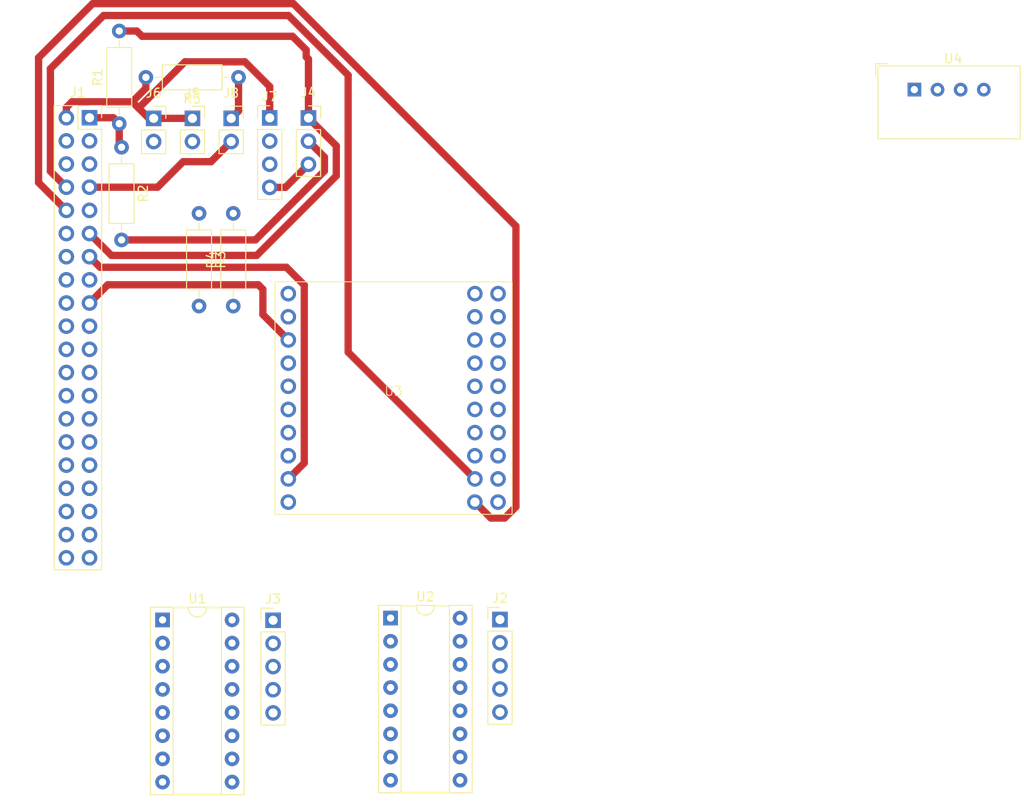
<source format=kicad_pcb>
(kicad_pcb (version 20240108) (generator "pcbnew") (generator_version "8.0")
  (layers (0 "F.Cu" signal) (31 "B.Cu" signal) (34 "B.Paste" user) (35 "F.Paste" user) (36 "B.SilkS" user "B.Silkscreen") (37 "F.SilkS" user "F.Silkscreen") (38 "B.Mask" user) (39 "F.Mask" user) (44 "Edge.Cuts" user))
  (net 0 "")
  (net 1 "/MOTOR_FOCUS_4")
  (net 2 "/MOTOR_TAPE_2")
  (net 4 "/MOTOR_TAPE_3")
  (net 5 "/MOTOR_FOCUS_1")
  (net 6 "/DHT")
  (net 7 "/NB-IOT_RST")
  (net 9 "/MOTOR_TAPE_1")
  (net 14 "/STATUS_LED")
  (net 15 "/MOTOR_FOCUS_3")
  (net 18 "/NB-IOT_TX")
  (net 19 "/MOTOR_TAPE_4")
  (net 20 "/NB-IOT_RX")
  (net 22 "/MOTOR_FOCUS_2")
  (net 24 "Net-(J2-Pin_4)")
  (net 25 "Net-(J2-Pin_2)")
  (net 27 "Net-(J2-Pin_1)")
  (net 28 "Net-(J2-Pin_3)")
  (net 31 "Net-(J3-Pin_2)")
  (net 32 "Net-(J3-Pin_1)")
  (net 34 "Net-(J3-Pin_4)")
  (net 35 "Net-(J3-Pin_3)")
  (net 37 "Net-(J8-Pin_1)")
  (net 73 "GND")
  (net 74 "+5V")
  (net 75 "+3.3V")
  (net 76 "Net-(J4-Pin_2)")
  (net 77 "/FOCUS_SENSOR")
  (net 78 "Net-(J7-Pin_3)")
  (net 80 "/GPS_TX")
  (footprint "Custom_Components:NB-IOT-BC660" (layer "F.Cu") (at 62.58 54.92)
    (property "Reference" "U3" (at 0 -0.5 0) (layer "F.SilkS") (effects (font (thickness 0.1))))
    (property "Value" "NB-IOT-BC660")
    (fp_line (start -13 -12.5) (end 13 -12.5) (stroke (width 0.1)) (layer "F.SilkS"))
    (fp_line (start -13 13) (end -13 -12.5) (stroke (width 0.1)) (layer "F.SilkS"))
    (fp_line (start 13 -12.5) (end 13 13) (stroke (width 0.1)) (layer "F.SilkS"))
    (fp_line (start 13 13) (end -13 13) (stroke (width 0.1)) (layer "F.SilkS"))
    (pad "1" thru_hole circle (at -11.54 -11.2) (size 1.7 1.7) (drill 1.02) (layers "*.Cu" "*.Mask"))
    (pad "2" thru_hole circle (at -11.54 -8.66) (size 1.7 1.7) (drill 1.02) (layers "*.Cu" "*.Mask"))
    (pad "3" thru_hole circle (at -11.54 -6.12) (size 1.7 1.7) (drill 1.02) (layers "*.Cu" "*.Mask") (net 75 "+3.3V"))
    (pad "4" thru_hole circle (at -11.54 -3.58) (size 1.7 1.7) (drill 1.02) (layers "*.Cu" "*.Mask") (net 73 "GND"))
    (pad "5" thru_hole circle (at -11.54 -1.04) (size 1.7 1.7) (drill 1.02) (layers "*.Cu" "*.Mask"))
    (pad "6" thru_hole circle (at -11.54 1.5) (size 1.7 1.7) (drill 1.02) (layers "*.Cu" "*.Mask"))
    (pad "7" thru_hole circle (at -11.54 4.04) (size 1.7 1.7) (drill 1.02) (layers "*.Cu" "*.Mask"))
    (pad "8" thru_hole circle (at -11.54 6.58) (size 1.7 1.7) (drill 1.02) (layers "*.Cu" "*.Mask"))
    (pad "9" thru_hole circle (at -11.54 9.12) (size 1.7 1.7) (drill 1.02) (layers "*.Cu" "*.Mask") (net 7 "/NB-IOT_RST"))
    (pad "10" thru_hole circle (at -11.54 11.66) (size 1.7 1.7) (drill 1.02) (layers "*.Cu" "*.Mask"))
    (pad "11" thru_hole circle (at 8.92 -11.2) (size 1.7 1.7) (drill 1.02) (layers "*.Cu" "*.Mask"))
    (pad "12" thru_hole circle (at 8.92 -8.66) (size 1.7 1.7) (drill 1.02) (layers "*.Cu" "*.Mask"))
    (pad "13" thru_hole circle (at 8.92 -6.12) (size 1.7 1.7) (drill 1.02) (layers "*.Cu" "*.Mask"))
    (pad "14" thru_hole circle (at 8.92 -3.58) (size 1.7 1.7) (drill 1.02) (layers "*.Cu" "*.Mask"))
    (pad "15" thru_hole circle (at 8.92 -1.04) (size 1.7 1.7) (drill 1.02) (layers "*.Cu" "*.Mask"))
    (pad "16" thru_hole circle (at 8.92 1.5) (size 1.7 1.7) (drill 1.02) (layers "*.Cu" "*.Mask"))
    (pad "17" thru_hole circle (at 8.92 4.04) (size 1.7 1.7) (drill 1.02) (layers "*.Cu" "*.Mask"))
    (pad "18" thru_hole circle (at 8.92 6.58) (size 1.7 1.7) (drill 1.02) (layers "*.Cu" "*.Mask"))
    (pad "19" thru_hole circle (at 8.92 9.12) (size 1.7 1.7) (drill 1.02) (layers "*.Cu" "*.Mask") (net 20 "/NB-IOT_RX"))
    (pad "20" thru_hole circle (at 8.92 11.66) (size 1.7 1.7) (drill 1.02) (layers "*.Cu" "*.Mask") (net 18 "/NB-IOT_TX"))
    (pad "21" thru_hole circle (at 11.46 -11.2) (size 1.7 1.7) (drill 1.02) (layers "*.Cu" "*.Mask"))
    (pad "22" thru_hole circle (at 11.46 -8.66) (size 1.7 1.7) (drill 1.02) (layers "*.Cu" "*.Mask"))
    (pad "23" thru_hole circle (at 11.46 -6.12) (size 1.7 1.7) (drill 1.02) (layers "*.Cu" "*.Mask"))
    (pad "24" thru_hole circle (at 11.46 -3.58) (size 1.7 1.7) (drill 1.02) (layers "*.Cu" "*.Mask"))
    (pad "25" thru_hole circle (at 11.46 -1.04) (size 1.7 1.7) (drill 1.02) (layers "*.Cu" "*.Mask"))
    (pad "26" thru_hole circle (at 11.46 1.5) (size 1.7 1.7) (drill 1.02) (layers "*.Cu" "*.Mask"))
    (pad "27" thru_hole circle (at 11.46 4.04) (size 1.7 1.7) (drill 1.02) (layers "*.Cu" "*.Mask"))
    (pad "28" thru_hole circle (at 11.46 6.58) (size 1.7 1.7) (drill 1.02) (layers "*.Cu" "*.Mask"))
    (pad "29" thru_hole circle (at 11.46 9.12) (size 1.7 1.7) (drill 1.02) (layers "*.Cu" "*.Mask"))
    (pad "30" thru_hole circle (at 11.46 11.66) (size 1.7 1.7) (drill 1.02) (layers "*.Cu" "*.Mask"))
  )
  (footprint "Connector_PinSocket_2.54mm:PinSocket_2x20_P2.54mm_Vertical" (layer "F.Cu") (at 29.24 24.43)
    (property "Reference" "J1" (at -1.27 -2.77 0) (layer "F.SilkS"))
    (property "Value" "Conn_02x20_Odd_Even")
    (fp_line (start -3.87 -1.33) (end -3.87 49.59) (stroke (width 0.12)) (layer "F.SilkS"))
    (fp_line (start -3.87 -1.33) (end -1.27 -1.33) (stroke (width 0.12)) (layer "F.SilkS"))
    (fp_line (start -3.87 49.59) (end 1.33 49.59) (stroke (width 0.12)) (layer "F.SilkS"))
    (fp_line (start -1.27 -1.33) (end -1.27 1.27) (stroke (width 0.12)) (layer "F.SilkS"))
    (fp_line (start -1.27 1.27) (end 1.33 1.27) (stroke (width 0.12)) (layer "F.SilkS"))
    (fp_line (start 0 -1.33) (end 1.33 -1.33) (stroke (width 0.12)) (layer "F.SilkS"))
    (fp_line (start 1.33 -1.33) (end 1.33 0) (stroke (width 0.12)) (layer "F.SilkS"))
    (fp_line (start 1.33 1.27) (end 1.33 49.59) (stroke (width 0.12)) (layer "F.SilkS"))
    (pad "1" thru_hole rect (at 0 0) (size 1.7 1.7) (drill 1) (layers "*.Cu" "*.Mask") (net 75 "+3.3V"))
    (pad "2" thru_hole oval (at -2.54 0) (size 1.7 1.7) (drill 1) (layers "*.Cu" "*.Mask") (net 74 "+5V"))
    (pad "3" thru_hole oval (at 0 2.54) (size 1.7 1.7) (drill 1) (layers "*.Cu" "*.Mask"))
    (pad "4" thru_hole oval (at -2.54 2.54) (size 1.7 1.7) (drill 1) (layers "*.Cu" "*.Mask") (net 74 "+5V"))
    (pad "5" thru_hole oval (at 0 5.08) (size 1.7 1.7) (drill 1) (layers "*.Cu" "*.Mask"))
    (pad "6" thru_hole oval (at -2.54 5.08) (size 1.7 1.7) (drill 1) (layers "*.Cu" "*.Mask") (net 73 "GND"))
    (pad "7" thru_hole oval (at 0 7.62) (size 1.7 1.7) (drill 1) (layers "*.Cu" "*.Mask") (net 14 "/STATUS_LED"))
    (pad "8" thru_hole oval (at -2.54 7.62) (size 1.7 1.7) (drill 1) (layers "*.Cu" "*.Mask") (net 20 "/NB-IOT_RX"))
    (pad "9" thru_hole oval (at 0 10.16) (size 1.7 1.7) (drill 1) (layers "*.Cu" "*.Mask") (net 73 "GND"))
    (pad "10" thru_hole oval (at -2.54 10.16) (size 1.7 1.7) (drill 1) (layers "*.Cu" "*.Mask") (net 18 "/NB-IOT_TX"))
    (pad "11" thru_hole oval (at 0 12.7) (size 1.7 1.7) (drill 1) (layers "*.Cu" "*.Mask") (net 77 "/FOCUS_SENSOR"))
    (pad "12" thru_hole oval (at -2.54 12.7) (size 1.7 1.7) (drill 1) (layers "*.Cu" "*.Mask"))
    (pad "13" thru_hole oval (at 0 15.24) (size 1.7 1.7) (drill 1) (layers "*.Cu" "*.Mask") (net 7 "/NB-IOT_RST"))
    (pad "14" thru_hole oval (at -2.54 15.24) (size 1.7 1.7) (drill 1) (layers "*.Cu" "*.Mask") (net 73 "GND"))
    (pad "15" thru_hole oval (at 0 17.78) (size 1.7 1.7) (drill 1) (layers "*.Cu" "*.Mask"))
    (pad "16" thru_hole oval (at -2.54 17.78) (size 1.7 1.7) (drill 1) (layers "*.Cu" "*.Mask"))
    (pad "17" thru_hole oval (at 0 20.32) (size 1.7 1.7) (drill 1) (layers "*.Cu" "*.Mask") (net 75 "+3.3V"))
    (pad "18" thru_hole oval (at -2.54 20.32) (size 1.7 1.7) (drill 1) (layers "*.Cu" "*.Mask"))
    (pad "19" thru_hole oval (at 0 22.86) (size 1.7 1.7) (drill 1) (layers "*.Cu" "*.Mask"))
    (pad "20" thru_hole oval (at -2.54 22.86) (size 1.7 1.7) (drill 1) (layers "*.Cu" "*.Mask") (net 73 "GND"))
    (pad "21" thru_hole oval (at 0 25.4) (size 1.7 1.7) (drill 1) (layers "*.Cu" "*.Mask"))
    (pad "22" thru_hole oval (at -2.54 25.4) (size 1.7 1.7) (drill 1) (layers "*.Cu" "*.Mask") (net 6 "/DHT"))
    (pad "23" thru_hole oval (at 0 27.94) (size 1.7 1.7) (drill 1) (layers "*.Cu" "*.Mask"))
    (pad "24" thru_hole oval (at -2.54 27.94) (size 1.7 1.7) (drill 1) (layers "*.Cu" "*.Mask"))
    (pad "25" thru_hole oval (at 0 30.48) (size 1.7 1.7) (drill 1) (layers "*.Cu" "*.Mask") (net 73 "GND"))
    (pad "26" thru_hole oval (at -2.54 30.48) (size 1.7 1.7) (drill 1) (layers "*.Cu" "*.Mask"))
    (pad "27" thru_hole oval (at 0 33.02) (size 1.7 1.7) (drill 1) (layers "*.Cu" "*.Mask"))
    (pad "28" thru_hole oval (at -2.54 33.02) (size 1.7 1.7) (drill 1) (layers "*.Cu" "*.Mask"))
    (pad "29" thru_hole oval (at 0 35.56) (size 1.7 1.7) (drill 1) (layers "*.Cu" "*.Mask") (net 80 "/GPS_TX"))
    (pad "30" thru_hole oval (at -2.54 35.56) (size 1.7 1.7) (drill 1) (layers "*.Cu" "*.Mask") (net 73 "GND"))
    (pad "31" thru_hole oval (at 0 38.1) (size 1.7 1.7) (drill 1) (layers "*.Cu" "*.Mask") (net 5 "/MOTOR_FOCUS_1"))
    (pad "32" thru_hole oval (at -2.54 38.1) (size 1.7 1.7) (drill 1) (layers "*.Cu" "*.Mask") (net 19 "/MOTOR_TAPE_4"))
    (pad "33" thru_hole oval (at 0 40.64) (size 1.7 1.7) (drill 1) (layers "*.Cu" "*.Mask") (net 22 "/MOTOR_FOCUS_2"))
    (pad "34" thru_hole oval (at -2.54 40.64) (size 1.7 1.7) (drill 1) (layers "*.Cu" "*.Mask") (net 73 "GND"))
    (pad "35" thru_hole oval (at 0 43.18) (size 1.7 1.7) (drill 1) (layers "*.Cu" "*.Mask") (net 15 "/MOTOR_FOCUS_3"))
    (pad "36" thru_hole oval (at -2.54 43.18) (size 1.7 1.7) (drill 1) (layers "*.Cu" "*.Mask") (net 4 "/MOTOR_TAPE_3"))
    (pad "37" thru_hole oval (at 0 45.72) (size 1.7 1.7) (drill 1) (layers "*.Cu" "*.Mask") (net 1 "/MOTOR_FOCUS_4"))
    (pad "38" thru_hole oval (at -2.54 45.72) (size 1.7 1.7) (drill 1) (layers "*.Cu" "*.Mask") (net 2 "/MOTOR_TAPE_2"))
    (pad "39" thru_hole oval (at 0 48.26) (size 1.7 1.7) (drill 1) (layers "*.Cu" "*.Mask") (net 73 "GND"))
    (pad "40" thru_hole oval (at -2.54 48.26) (size 1.7 1.7) (drill 1) (layers "*.Cu" "*.Mask") (net 9 "/MOTOR_TAPE_1"))
  )
  (footprint "Connector_PinSocket_2.54mm:PinSocket_1x02_P2.54mm_Vertical" (layer "F.Cu") (at 36.275 24.5)
    (property "Reference" "J6" (at 0 -2.77 360) (layer "F.SilkS"))
    (property "Value" "Power in")
    (fp_line (start -1.33 1.27) (end -1.33 3.87) (stroke (width 0.12)) (layer "F.SilkS"))
    (fp_line (start -1.33 1.27) (end 1.33 1.27) (stroke (width 0.12)) (layer "F.SilkS"))
    (fp_line (start -1.33 3.87) (end 1.33 3.87) (stroke (width 0.12)) (layer "F.SilkS"))
    (fp_line (start 0 -1.33) (end 1.33 -1.33) (stroke (width 0.12)) (layer "F.SilkS"))
    (fp_line (start 1.33 -1.33) (end 1.33 0) (stroke (width 0.12)) (layer "F.SilkS"))
    (fp_line (start 1.33 1.27) (end 1.33 3.87) (stroke (width 0.12)) (layer "F.SilkS"))
    (pad "1" thru_hole rect (at 0 0) (size 1.7 1.7) (drill 1) (layers "*.Cu" "*.Mask") (net 74 "+5V"))
    (pad "2" thru_hole oval (at 0 2.54) (size 1.7 1.7) (drill 1) (layers "*.Cu" "*.Mask") (net 73 "GND"))
  )
  (footprint "Resistor_THT:R_Axial_DIN0207_L6.3mm_D2.5mm_P10.16mm_Horizontal" (layer "F.Cu") (at 32.5 25.08 90)
    (property "Reference" "R1" (at 5.08 -2.37 90) (layer "F.SilkS"))
    (property "Value" "47k")
    (fp_line (start 8.35 -1.37) (end 1.81 -1.37) (stroke (width 0.12)) (layer "F.SilkS"))
    (fp_line (start 1.81 -1.37) (end 1.81 1.37) (stroke (width 0.12)) (layer "F.SilkS"))
    (fp_line (start 9.12 0) (end 8.35 0) (stroke (width 0.12)) (layer "F.SilkS"))
    (fp_line (start 1.04 0) (end 1.81 0) (stroke (width 0.12)) (layer "F.SilkS"))
    (fp_line (start 8.35 1.37) (end 8.35 -1.37) (stroke (width 0.12)) (layer "F.SilkS"))
    (fp_line (start 1.81 1.37) (end 8.35 1.37) (stroke (width 0.12)) (layer "F.SilkS"))
    (pad "1" thru_hole circle (at 0 0 90) (size 1.6 1.6) (drill 0.8) (layers "*.Cu" "*.Mask") (net 75 "+3.3V"))
    (pad "2" thru_hole oval (at 10.16 0 90) (size 1.6 1.6) (drill 0.8) (layers "*.Cu" "*.Mask") (net 77 "/FOCUS_SENSOR"))
  )
  (footprint "Package_DIP:DIP-16_W7.62mm_Socket" (layer "F.Cu") (at 37.25 79.5)
    (property "Reference" "U1" (at 3.81 -2.33 360) (layer "F.SilkS"))
    (property "Value" "ULN2003")
    (fp_line (start -1.33 -1.39) (end -1.33 19.17) (stroke (width 0.12)) (layer "F.SilkS"))
    (fp_line (start -1.33 19.17) (end 8.95 19.17) (stroke (width 0.12)) (layer "F.SilkS"))
    (fp_line (start 1.16 -1.33) (end 1.16 19.11) (stroke (width 0.12)) (layer "F.SilkS"))
    (fp_line (start 1.16 19.11) (end 6.46 19.11) (stroke (width 0.12)) (layer "F.SilkS"))
    (fp_line (start 2.81 -1.33) (end 1.16 -1.33) (stroke (width 0.12)) (layer "F.SilkS"))
    (fp_line (start 6.46 -1.33) (end 4.81 -1.33) (stroke (width 0.12)) (layer "F.SilkS"))
    (fp_line (start 6.46 19.11) (end 6.46 -1.33) (stroke (width 0.12)) (layer "F.SilkS"))
    (fp_line (start 8.95 -1.39) (end -1.33 -1.39) (stroke (width 0.12)) (layer "F.SilkS"))
    (fp_line (start 8.95 19.17) (end 8.95 -1.39) (stroke (width 0.12)) (layer "F.SilkS"))
    (fp_arc (start 4.81 -1.33) (mid 3.81 -0.33) (end 2.81 -1.33) (stroke (width 0.12)) (layer "F.SilkS"))
    (pad "1" thru_hole rect (at 0 0) (size 1.6 1.6) (drill 0.8) (layers "*.Cu" "*.Mask") (net 9 "/MOTOR_TAPE_1"))
    (pad "2" thru_hole oval (at 0 2.54) (size 1.6 1.6) (drill 0.8) (layers "*.Cu" "*.Mask") (net 2 "/MOTOR_TAPE_2"))
    (pad "3" thru_hole oval (at 0 5.08) (size 1.6 1.6) (drill 0.8) (layers "*.Cu" "*.Mask") (net 4 "/MOTOR_TAPE_3"))
    (pad "4" thru_hole oval (at 0 7.62) (size 1.6 1.6) (drill 0.8) (layers "*.Cu" "*.Mask") (net 19 "/MOTOR_TAPE_4"))
    (pad "5" thru_hole oval (at 0 10.16) (size 1.6 1.6) (drill 0.8) (layers "*.Cu" "*.Mask"))
    (pad "6" thru_hole oval (at 0 12.7) (size 1.6 1.6) (drill 0.8) (layers "*.Cu" "*.Mask"))
    (pad "7" thru_hole oval (at 0 15.24) (size 1.6 1.6) (drill 0.8) (layers "*.Cu" "*.Mask"))
    (pad "8" thru_hole oval (at 0 17.78) (size 1.6 1.6) (drill 0.8) (layers "*.Cu" "*.Mask") (net 73 "GND"))
    (pad "9" thru_hole oval (at 7.62 17.78) (size 1.6 1.6) (drill 0.8) (layers "*.Cu" "*.Mask") (net 74 "+5V"))
    (pad "10" thru_hole oval (at 7.62 15.24) (size 1.6 1.6) (drill 0.8) (layers "*.Cu" "*.Mask"))
    (pad "11" thru_hole oval (at 7.62 12.7) (size 1.6 1.6) (drill 0.8) (layers "*.Cu" "*.Mask"))
    (pad "12" thru_hole oval (at 7.62 10.16) (size 1.6 1.6) (drill 0.8) (layers "*.Cu" "*.Mask"))
    (pad "13" thru_hole oval (at 7.62 7.62) (size 1.6 1.6) (drill 0.8) (layers "*.Cu" "*.Mask") (net 34 "Net-(J3-Pin_4)"))
    (pad "14" thru_hole oval (at 7.62 5.08) (size 1.6 1.6) (drill 0.8) (layers "*.Cu" "*.Mask") (net 35 "Net-(J3-Pin_3)"))
    (pad "15" thru_hole oval (at 7.62 2.54) (size 1.6 1.6) (drill 0.8) (layers "*.Cu" "*.Mask") (net 31 "Net-(J3-Pin_2)"))
    (pad "16" thru_hole oval (at 7.62 0) (size 1.6 1.6) (drill 0.8) (layers "*.Cu" "*.Mask") (net 32 "Net-(J3-Pin_1)"))
  )
  (footprint "Sensor:ASAIR_AM2302_P2.54mm_Vertical" (layer "F.Cu") (at 119.69 21.35)
    (property "Reference" "U4" (at 4.26 -3.4 360) (layer "F.SilkS"))
    (property "Value" "AM2302")
    (fp_line (start -4.24 -2.85) (end -2.97 -2.85) (stroke (width 0.12)) (layer "F.SilkS"))
    (fp_line (start -4.24 -1.58) (end -4.24 -2.85) (stroke (width 0.12)) (layer "F.SilkS"))
    (fp_line (start -3.99 -2.6) (end 11.61 -2.6) (stroke (width 0.12)) (layer "F.SilkS"))
    (fp_line (start -3.99 5.4) (end -3.99 -2.6) (stroke (width 0.12)) (layer "F.SilkS"))
    (fp_line (start 11.61 -2.6) (end 11.61 5.4) (stroke (width 0.12)) (layer "F.SilkS"))
    (fp_line (start 11.61 5.4) (end -3.99 5.4) (stroke (width 0.12)) (layer "F.SilkS"))
    (pad "1" thru_hole rect (at 0 0 90) (size 1.5 1.5) (drill 0.8) (layers "*.Cu" "*.Mask") (net 75 "+3.3V"))
    (pad "2" thru_hole circle (at 2.54 0 90) (size 1.5 1.5) (drill 0.8) (layers "*.Cu" "*.Mask") (net 6 "/DHT"))
    (pad "3" thru_hole circle (at 5.08 0 90) (size 1.5 1.5) (drill 0.8) (layers "*.Cu" "*.Mask") (net 73 "GND"))
    (pad "4" thru_hole circle (at 7.62 0 90) (size 1.5 1.5) (drill 0.8) (layers "*.Cu" "*.Mask") (net 73 "GND"))
  )
  (footprint "Connector_PinSocket_2.54mm:PinSocket_1x02_P2.54mm_Vertical" (layer "F.Cu") (at 40.525 24.5)
    (property "Reference" "J5" (at 0 -2.77 0) (layer "F.SilkS"))
    (property "Value" "Lights")
    (fp_line (start -1.33 1.27) (end -1.33 3.87) (stroke (width 0.12)) (layer "F.SilkS"))
    (fp_line (start -1.33 1.27) (end 1.33 1.27) (stroke (width 0.12)) (layer "F.SilkS"))
    (fp_line (start -1.33 3.87) (end 1.33 3.87) (stroke (width 0.12)) (layer "F.SilkS"))
    (fp_line (start 0 -1.33) (end 1.33 -1.33) (stroke (width 0.12)) (layer "F.SilkS"))
    (fp_line (start 1.33 -1.33) (end 1.33 0) (stroke (width 0.12)) (layer "F.SilkS"))
    (fp_line (start 1.33 1.27) (end 1.33 3.87) (stroke (width 0.12)) (layer "F.SilkS"))
    (pad "1" thru_hole rect (at 0 0) (size 1.7 1.7) (drill 1) (layers "*.Cu" "*.Mask") (net 74 "+5V"))
    (pad "2" thru_hole oval (at 0 2.54) (size 1.7 1.7) (drill 1) (layers "*.Cu" "*.Mask") (net 73 "GND"))
  )
  (footprint "Connector_PinHeader_2.54mm:PinHeader_1x05_P2.54mm_Vertical" (layer "F.Cu") (at 74.25 79.46)
    (property "Reference" "J2" (at 0 -2.33 360) (layer "F.SilkS"))
    (property "Value" "Motor focus")
    (fp_line (start -1.33 -1.33) (end 0 -1.33) (stroke (width 0.12)) (layer "F.SilkS"))
    (fp_line (start -1.33 0) (end -1.33 -1.33) (stroke (width 0.12)) (layer "F.SilkS"))
    (fp_line (start -1.33 1.27) (end -1.33 11.49) (stroke (width 0.12)) (layer "F.SilkS"))
    (fp_line (start -1.33 1.27) (end 1.33 1.27) (stroke (width 0.12)) (layer "F.SilkS"))
    (fp_line (start -1.33 11.49) (end 1.33 11.49) (stroke (width 0.12)) (layer "F.SilkS"))
    (fp_line (start 1.33 1.27) (end 1.33 11.49) (stroke (width 0.12)) (layer "F.SilkS"))
    (pad "1" thru_hole rect (at 0 0) (size 1.7 1.7) (drill 1) (layers "*.Cu" "*.Mask") (net 27 "Net-(J2-Pin_1)"))
    (pad "2" thru_hole oval (at 0 2.54) (size 1.7 1.7) (drill 1) (layers "*.Cu" "*.Mask") (net 25 "Net-(J2-Pin_2)"))
    (pad "3" thru_hole oval (at 0 5.08) (size 1.7 1.7) (drill 1) (layers "*.Cu" "*.Mask") (net 28 "Net-(J2-Pin_3)"))
    (pad "4" thru_hole oval (at 0 7.62) (size 1.7 1.7) (drill 1) (layers "*.Cu" "*.Mask") (net 24 "Net-(J2-Pin_4)"))
    (pad "5" thru_hole oval (at 0 10.16) (size 1.7 1.7) (drill 1) (layers "*.Cu" "*.Mask") (net 74 "+5V"))
  )
  (footprint "Resistor_THT:R_Axial_DIN0207_L6.3mm_D2.5mm_P10.16mm_Horizontal" (layer "F.Cu") (at 32.75 27.67 -90)
    (property "Reference" "R2" (at 5.08 -2.37 90) (layer "F.SilkS"))
    (property "Value" "330")
    (fp_line (start 1.81 1.37) (end 8.35 1.37) (stroke (width 0.12)) (layer "F.SilkS"))
    (fp_line (start 8.35 1.37) (end 8.35 -1.37) (stroke (width 0.12)) (layer "F.SilkS"))
    (fp_line (start 1.04 0) (end 1.81 0) (stroke (width 0.12)) (layer "F.SilkS"))
    (fp_line (start 9.12 0) (end 8.35 0) (stroke (width 0.12)) (layer "F.SilkS"))
    (fp_line (start 1.81 -1.37) (end 1.81 1.37) (stroke (width 0.12)) (layer "F.SilkS"))
    (fp_line (start 8.35 -1.37) (end 1.81 -1.37) (stroke (width 0.12)) (layer "F.SilkS"))
    (pad "1" thru_hole circle (at 0 0 270) (size 1.6 1.6) (drill 0.8) (layers "*.Cu" "*.Mask") (net 75 "+3.3V"))
    (pad "2" thru_hole oval (at 10.16 0 270) (size 1.6 1.6) (drill 0.8) (layers "*.Cu" "*.Mask") (net 76 "Net-(J4-Pin_2)"))
  )
  (footprint "Connector_PinHeader_2.54mm:PinHeader_1x04_P2.54mm_Vertical" (layer "F.Cu") (at 49 24.45)
    (property "Reference" "J7" (at 0 -2.33 0) (layer "F.SilkS"))
    (property "Value" "GPS")
    (fp_line (start -1.33 -1.33) (end 0 -1.33) (stroke (width 0.12)) (layer "F.SilkS"))
    (fp_line (start -1.33 0) (end -1.33 -1.33) (stroke (width 0.12)) (layer "F.SilkS"))
    (fp_line (start -1.33 1.27) (end -1.33 8.95) (stroke (width 0.12)) (layer "F.SilkS"))
    (fp_line (start -1.33 1.27) (end 1.33 1.27) (stroke (width 0.12)) (layer "F.SilkS"))
    (fp_line (start -1.33 8.95) (end 1.33 8.95) (stroke (width 0.12)) (layer "F.SilkS"))
    (fp_line (start 1.33 1.27) (end 1.33 8.95) (stroke (width 0.12)) (layer "F.SilkS"))
    (pad "1" thru_hole rect (at 0 0) (size 1.7 1.7) (drill 1) (layers "*.Cu" "*.Mask") (net 74 "+5V"))
    (pad "2" thru_hole oval (at 0 2.54) (size 1.7 1.7) (drill 1) (layers "*.Cu" "*.Mask"))
    (pad "3" thru_hole oval (at 0 5.08) (size 1.7 1.7) (drill 1) (layers "*.Cu" "*.Mask") (net 78 "Net-(J7-Pin_3)"))
    (pad "4" thru_hole oval (at 0 7.62) (size 1.7 1.7) (drill 1) (layers "*.Cu" "*.Mask") (net 73 "GND"))
  )
  (footprint "Connector_PinSocket_2.54mm:PinSocket_1x02_P2.54mm_Vertical" (layer "F.Cu") (at 44.775 24.5)
    (property "Reference" "J8" (at 0 -2.77 0) (layer "F.SilkS"))
    (property "Value" "Status LED")
    (fp_line (start -1.33 1.27) (end -1.33 3.87) (stroke (width 0.12)) (layer "F.SilkS"))
    (fp_line (start -1.33 1.27) (end 1.33 1.27) (stroke (width 0.12)) (layer "F.SilkS"))
    (fp_line (start -1.33 3.87) (end 1.33 3.87) (stroke (width 0.12)) (layer "F.SilkS"))
    (fp_line (start 0 -1.33) (end 1.33 -1.33) (stroke (width 0.12)) (layer "F.SilkS"))
    (fp_line (start 1.33 -1.33) (end 1.33 0) (stroke (width 0.12)) (layer "F.SilkS"))
    (fp_line (start 1.33 1.27) (end 1.33 3.87) (stroke (width 0.12)) (layer "F.SilkS"))
    (pad "1" thru_hole rect (at 0 0) (size 1.7 1.7) (drill 1) (layers "*.Cu" "*.Mask") (net 37 "Net-(J8-Pin_1)"))
    (pad "2" thru_hole oval (at 0 2.54) (size 1.7 1.7) (drill 1) (layers "*.Cu" "*.Mask") (net 14 "/STATUS_LED"))
  )
  (footprint "Package_DIP:DIP-16_W7.62mm_Socket" (layer "F.Cu") (at 62.25 79.3)
    (property "Reference" "U2" (at 3.81 -2.33 360) (layer "F.SilkS"))
    (property "Value" "ULN2003")
    (fp_line (start -1.33 -1.39) (end -1.33 19.17) (stroke (width 0.12)) (layer "F.SilkS"))
    (fp_line (start -1.33 19.17) (end 8.95 19.17) (stroke (width 0.12)) (layer "F.SilkS"))
    (fp_line (start 1.16 -1.33) (end 1.16 19.11) (stroke (width 0.12)) (layer "F.SilkS"))
    (fp_line (start 1.16 19.11) (end 6.46 19.11) (stroke (width 0.12)) (layer "F.SilkS"))
    (fp_line (start 2.81 -1.33) (end 1.16 -1.33) (stroke (width 0.12)) (layer "F.SilkS"))
    (fp_line (start 6.46 -1.33) (end 4.81 -1.33) (stroke (width 0.12)) (layer "F.SilkS"))
    (fp_line (start 6.46 19.11) (end 6.46 -1.33) (stroke (width 0.12)) (layer "F.SilkS"))
    (fp_line (start 8.95 -1.39) (end -1.33 -1.39) (stroke (width 0.12)) (layer "F.SilkS"))
    (fp_line (start 8.95 19.17) (end 8.95 -1.39) (stroke (width 0.12)) (layer "F.SilkS"))
    (fp_arc (start 4.81 -1.33) (mid 3.81 -0.33) (end 2.81 -1.33) (stroke (width 0.12)) (layer "F.SilkS"))
    (pad "1" thru_hole rect (at 0 0) (size 1.6 1.6) (drill 0.8) (layers "*.Cu" "*.Mask") (net 5 "/MOTOR_FOCUS_1"))
    (pad "2" thru_hole oval (at 0 2.54) (size 1.6 1.6) (drill 0.8) (layers "*.Cu" "*.Mask") (net 22 "/MOTOR_FOCUS_2"))
    (pad "3" thru_hole oval (at 0 5.08) (size 1.6 1.6) (drill 0.8) (layers "*.Cu" "*.Mask") (net 15 "/MOTOR_FOCUS_3"))
    (pad "4" thru_hole oval (at 0 7.62) (size 1.6 1.6) (drill 0.8) (layers "*.Cu" "*.Mask") (net 1 "/MOTOR_FOCUS_4"))
    (pad "5" thru_hole oval (at 0 10.16) (size 1.6 1.6) (drill 0.8) (layers "*.Cu" "*.Mask"))
    (pad "6" thru_hole oval (at 0 12.7) (size 1.6 1.6) (drill 0.8) (layers "*.Cu" "*.Mask"))
    (pad "7" thru_hole oval (at 0 15.24) (size 1.6 1.6) (drill 0.8) (layers "*.Cu" "*.Mask"))
    (pad "8" thru_hole oval (at 0 17.78) (size 1.6 1.6) (drill 0.8) (layers "*.Cu" "*.Mask") (net 73 "GND"))
    (pad "9" thru_hole oval (at 7.62 17.78) (size 1.6 1.6) (drill 0.8) (layers "*.Cu" "*.Mask") (net 74 "+5V"))
    (pad "10" thru_hole oval (at 7.62 15.24) (size 1.6 1.6) (drill 0.8) (layers "*.Cu" "*.Mask"))
    (pad "11" thru_hole oval (at 7.62 12.7) (size 1.6 1.6) (drill 0.8) (layers "*.Cu" "*.Mask"))
    (pad "12" thru_hole oval (at 7.62 10.16) (size 1.6 1.6) (drill 0.8) (layers "*.Cu" "*.Mask"))
    (pad "13" thru_hole oval (at 7.62 7.62) (size 1.6 1.6) (drill 0.8) (layers "*.Cu" "*.Mask") (net 24 "Net-(J2-Pin_4)"))
    (pad "14" thru_hole oval (at 7.62 5.08) (size 1.6 1.6) (drill 0.8) (layers "*.Cu" "*.Mask") (net 28 "Net-(J2-Pin_3)"))
    (pad "15" thru_hole oval (at 7.62 2.54) (size 1.6 1.6) (drill 0.8) (layers "*.Cu" "*.Mask") (net 25 "Net-(J2-Pin_2)"))
    (pad "16" thru_hole oval (at 7.62 0) (size 1.6 1.6) (drill 0.8) (layers "*.Cu" "*.Mask") (net 27 "Net-(J2-Pin_1)"))
  )
  (footprint "Connector_PinHeader_2.54mm:PinHeader_1x05_P2.54mm_Vertical" (layer "F.Cu") (at 49.37 79.54)
    (property "Reference" "J3" (at 0 -2.33 360) (layer "F.SilkS"))
    (property "Value" "Motor tape")
    (fp_line (start -1.33 -1.33) (end 0 -1.33) (stroke (width 0.12)) (layer "F.SilkS"))
    (fp_line (start -1.33 0) (end -1.33 -1.33) (stroke (width 0.12)) (layer "F.SilkS"))
    (fp_line (start -1.33 1.27) (end -1.33 11.49) (stroke (width 0.12)) (layer "F.SilkS"))
    (fp_line (start -1.33 1.27) (end 1.33 1.27) (stroke (width 0.12)) (layer "F.SilkS"))
    (fp_line (start -1.33 11.49) (end 1.33 11.49) (stroke (width 0.12)) (layer "F.SilkS"))
    (fp_line (start 1.33 1.27) (end 1.33 11.49) (stroke (width 0.12)) (layer "F.SilkS"))
    (pad "1" thru_hole rect (at 0 0) (size 1.7 1.7) (drill 1) (layers "*.Cu" "*.Mask") (net 32 "Net-(J3-Pin_1)"))
    (pad "2" thru_hole oval (at 0 2.54) (size 1.7 1.7) (drill 1) (layers "*.Cu" "*.Mask") (net 31 "Net-(J3-Pin_2)"))
    (pad "3" thru_hole oval (at 0 5.08) (size 1.7 1.7) (drill 1) (layers "*.Cu" "*.Mask") (net 35 "Net-(J3-Pin_3)"))
    (pad "4" thru_hole oval (at 0 7.62) (size 1.7 1.7) (drill 1) (layers "*.Cu" "*.Mask") (net 34 "Net-(J3-Pin_4)"))
    (pad "5" thru_hole oval (at 0 10.16) (size 1.7 1.7) (drill 1) (layers "*.Cu" "*.Mask") (net 74 "+5V"))
  )
  (footprint "Resistor_THT:R_Axial_DIN0207_L6.3mm_D2.5mm_P10.16mm_Horizontal" (layer "F.Cu") (at 41.25 34.92 -90)
    (property "Reference" "R3" (at 5.08 -2.37 90) (layer "F.SilkS"))
    (property "Value" "5k1")
    (fp_line (start 1.81 1.37) (end 8.35 1.37) (stroke (width 0.12)) (layer "F.SilkS"))
    (fp_line (start 8.35 1.37) (end 8.35 -1.37) (stroke (width 0.12)) (layer "F.SilkS"))
    (fp_line (start 1.04 0) (end 1.81 0) (stroke (width 0.12)) (layer "F.SilkS"))
    (fp_line (start 9.12 0) (end 8.35 0) (stroke (width 0.12)) (layer "F.SilkS"))
    (fp_line (start 1.81 -1.37) (end 1.81 1.37) (stroke (width 0.12)) (layer "F.SilkS"))
    (fp_line (start 8.35 -1.37) (end 1.81 -1.37) (stroke (width 0.12)) (layer "F.SilkS"))
    (pad "1" thru_hole circle (at 0 0 270) (size 1.6 1.6) (drill 0.8) (layers "*.Cu" "*.Mask") (net 78 "Net-(J7-Pin_3)"))
    (pad "2" thru_hole oval (at 10.16 0 270) (size 1.6 1.6) (drill 0.8) (layers "*.Cu" "*.Mask") (net 80 "/GPS_TX"))
  )
  (footprint "Resistor_THT:R_Axial_DIN0207_L6.3mm_D2.5mm_P10.16mm_Horizontal" (layer "F.Cu") (at 45 45.08 90)
    (property "Reference" "R4" (at 5.08 -2.37 90) (layer "F.SilkS"))
    (property "Value" "10k")
    (fp_line (start 8.35 -1.37) (end 1.81 -1.37) (stroke (width 0.12)) (layer "F.SilkS"))
    (fp_line (start 1.81 -1.37) (end 1.81 1.37) (stroke (width 0.12)) (layer "F.SilkS"))
    (fp_line (start 9.12 0) (end 8.35 0) (stroke (width 0.12)) (layer "F.SilkS"))
    (fp_line (start 1.04 0) (end 1.81 0) (stroke (width 0.12)) (layer "F.SilkS"))
    (fp_line (start 8.35 1.37) (end 8.35 -1.37) (stroke (width 0.12)) (layer "F.SilkS"))
    (fp_line (start 1.81 1.37) (end 8.35 1.37) (stroke (width 0.12)) (layer "F.SilkS"))
    (pad "1" thru_hole circle (at 0 0 90) (size 1.6 1.6) (drill 0.8) (layers "*.Cu" "*.Mask") (net 80 "/GPS_TX"))
    (pad "2" thru_hole oval (at 10.16 0 90) (size 1.6 1.6) (drill 0.8) (layers "*.Cu" "*.Mask") (net 73 "GND"))
  )
  (footprint "Connector_PinSocket_2.54mm:PinSocket_1x03_P2.54mm_Vertical" (layer "F.Cu") (at 53.25 24.46)
    (property "Reference" "J4" (at 0 -2.77 360) (layer "F.SilkS"))
    (property "Value" "Focus sensor")
    (fp_line (start -1.33 1.27) (end -1.33 6.41) (stroke (width 0.12)) (layer "F.SilkS"))
    (fp_line (start -1.33 1.27) (end 1.33 1.27) (stroke (width 0.12)) (layer "F.SilkS"))
    (fp_line (start -1.33 6.41) (end 1.33 6.41) (stroke (width 0.12)) (layer "F.SilkS"))
    (fp_line (start 0 -1.33) (end 1.33 -1.33) (stroke (width 0.12)) (layer "F.SilkS"))
    (fp_line (start 1.33 -1.33) (end 1.33 0) (stroke (width 0.12)) (layer "F.SilkS"))
    (fp_line (start 1.33 1.27) (end 1.33 6.41) (stroke (width 0.12)) (layer "F.SilkS"))
    (pad "1" thru_hole rect (at 0 0) (size 1.7 1.7) (drill 1) (layers "*.Cu" "*.Mask") (net 77 "/FOCUS_SENSOR"))
    (pad "2" thru_hole oval (at 0 2.54) (size 1.7 1.7) (drill 1) (layers "*.Cu" "*.Mask") (net 76 "Net-(J4-Pin_2)"))
    (pad "3" thru_hole oval (at 0 5.08) (size 1.7 1.7) (drill 1) (layers "*.Cu" "*.Mask") (net 73 "GND"))
  )
  (footprint "Resistor_THT:R_Axial_DIN0207_L6.3mm_D2.5mm_P10.16mm_Horizontal" (layer "F.Cu") (at 45.58 20 180)
    (property "Reference" "R5" (at 5.08 -2.37 360) (layer "F.SilkS"))
    (property "Value" "100")
    (fp_line (start 9.12 0) (end 8.35 0) (stroke (width 0.12)) (layer "F.SilkS"))
    (fp_line (start 8.35 1.37) (end 8.35 -1.37) (stroke (width 0.12)) (layer "F.SilkS"))
    (fp_line (start 8.35 -1.37) (end 1.81 -1.37) (stroke (width 0.12)) (layer "F.SilkS"))
    (fp_line (start 1.81 1.37) (end 8.35 1.37) (stroke (width 0.12)) (layer "F.SilkS"))
    (fp_line (start 1.81 -1.37) (end 1.81 1.37) (stroke (width 0.12)) (layer "F.SilkS"))
    (fp_line (start 1.04 0) (end 1.81 0) (stroke (width 0.12)) (layer "F.SilkS"))
    (pad "1" thru_hole circle (at 0 0 180) (size 1.6 1.6) (drill 0.8) (layers "*.Cu" "*.Mask") (net 37 "Net-(J8-Pin_1)"))
    (pad "2" thru_hole oval (at 10.16 0 180) (size 1.6 1.6) (drill 0.8) (layers "*.Cu" "*.Mask") (net 74 "+5V"))
  )
  (segment (start 50.83 40.83) (end 30.4 40.83) (width 0.8) (layer "F.Cu") (net 7))
  (segment (start 52.79 62.29) (end 52.79 42.79) (width 0.8) (layer "F.Cu") (net 7))
  (segment (start 30.4 40.83) (end 29.24 39.67) (width 0.8) (layer "F.Cu") (net 7))
  (segment (start 52.79 42.79) (end 50.83 40.83) (width 0.8) (layer "F.Cu") (net 7))
  (segment (start 51.04 64.04) (end 52.79 62.29) (width 0.8) (layer "F.Cu") (net 7))
  (segment (start 44.775 27.04) (end 42.565 29.25) (width 0.8) (layer "F.Cu") (net 14))
  (segment (start 42.565 29.25) (end 39.5 29.25) (width 0.8) (layer "F.Cu") (net 14))
  (segment (start 36.7 32.05) (end 29.24 32.05) (width 0.8) (layer "F.Cu") (net 14))
  (segment (start 39.5 29.25) (end 36.7 32.05) (width 0.8) (layer "F.Cu") (net 14))
  (segment (start 23.65 31.54) (end 26.7 34.59) (width 0.8) (layer "F.Cu") (net 18))
  (segment (start 76 67.094874) (end 76 36.323044) (width 0.8) (layer "F.Cu") (net 18))
  (segment (start 51.596956 11.92) (end 29.58 11.92) (width 0.8) (layer "F.Cu") (net 18))
  (segment (start 29.58 11.92) (end 23.65 17.85) (width 0.8) (layer "F.Cu") (net 18))
  (segment (start 74.764874 68.33) (end 76 67.094874) (width 0.8) (layer "F.Cu") (net 18))
  (segment (start 73.25 68.33) (end 74.764874 68.33) (width 0.8) (layer "F.Cu") (net 18))
  (segment (start 23.65 17.85) (end 23.65 31.54) (width 0.8) (layer "F.Cu") (net 18))
  (segment (start 71.5 66.58) (end 73.25 68.33) (width 0.8) (layer "F.Cu") (net 18))
  (segment (start 76 36.323044) (end 51.596956 11.92) (width 0.8) (layer "F.Cu") (net 18))
  (segment (start 24.95 30.3) (end 26.7 32.05) (width 0.8) (layer "F.Cu") (net 20))
  (segment (start 57.6 50.14) (end 57.6 19.761522) (width 0.8) (layer "F.Cu") (net 20))
  (segment (start 57.6 19.761522) (end 51.058478 13.22) (width 0.8) (layer "F.Cu") (net 20))
  (segment (start 30.78 13.22) (end 24.95 19.05) (width 0.8) (layer "F.Cu") (net 20))
  (segment (start 51.058478 13.22) (end 30.78 13.22) (width 0.8) (layer "F.Cu") (net 20))
  (segment (start 24.95 19.05) (end 24.95 30.3) (width 0.8) (layer "F.Cu") (net 20))
  (segment (start 71.5 64.04) (end 57.6 50.14) (width 0.8) (layer "F.Cu") (net 20))
  (segment (start 45.58 23.695) (end 44.775 24.5) (width 0.8) (layer "F.Cu") (net 37))
  (segment (start 45.58 20) (end 45.58 23.695) (width 0.8) (layer "F.Cu") (net 37))
  (segment (start 50.72 32.07) (end 53.25 29.54) (width 0.8) (layer "F.Cu") (net 73))
  (segment (start 49 32.07) (end 50.72 32.07) (width 0.8) (layer "F.Cu") (net 73))
  (segment (start 39.7 18.3) (end 34.625 23.375) (width 0.8) (layer "F.Cu") (net 74))
  (segment (start 26.7 23.3) (end 26.7 24.43) (width 0.8) (layer "F.Cu") (net 74))
  (segment (start 49 21.015836) (end 46.284164 18.3) (width 0.8) (layer "F.Cu") (net 74))
  (segment (start 36.275 24.5) (end 35.75 24.5) (width 0.8) (layer "F.Cu") (net 74))
  (segment (start 46.284164 18.3) (end 39.7 18.3) (width 0.8) (layer "F.Cu") (net 74))
  (segment (start 35.42 21.19) (end 33.93 22.68) (width 0.8) (layer "F.Cu") (net 74))
  (segment (start 40.525 24.5) (end 36.275 24.5) (width 0.8) (layer "F.Cu") (net 74))
  (segment (start 33.93 22.68) (end 27.32 22.68) (width 0.8) (layer "F.Cu") (net 74))
  (segment (start 49 24.45) (end 49 21.015836) (width 0.8) (layer "F.Cu") (net 74))
  (segment (start 27.32 22.68) (end 26.7 23.3) (width 0.8) (layer "F.Cu") (net 74))
  (segment (start 35.75 24.5) (end 34.625 23.375) (width 0.8) (layer "F.Cu") (net 74))
  (segment (start 34.625 23.375) (end 33.93 22.68) (width 0.8) (layer "F.Cu") (net 74))
  (segment (start 35.42 20) (end 35.42 21.19) (width 0.8) (layer "F.Cu") (net 74))
  (segment (start 32.5 25.08) (end 32.5 27.42) (width 0.8) (layer "F.Cu") (net 75))
  (segment (start 31.24 42.75) (end 29.24 44.75) (width 0.8) (layer "F.Cu") (net 75))
  (segment (start 48.25 43.25) (end 47.75 42.75) (width 0.8) (layer "F.Cu") (net 75))
  (segment (start 32.5 27.42) (end 32.75 27.67) (width 0.8) (layer "F.Cu") (net 75))
  (segment (start 29.24 24.43) (end 31.85 24.43) (width 0.8) (layer "F.Cu") (net 75))
  (segment (start 47.75 42.75) (end 31.24 42.75) (width 0.8) (layer "F.Cu") (net 75))
  (segment (start 31.85 24.43) (end 32.5 25.08) (width 0.8) (layer "F.Cu") (net 75))
  (segment (start 48.25 46.01) (end 48.25 43.25) (width 0.8) (layer "F.Cu") (net 75))
  (segment (start 51.04 48.8) (end 48.25 46.01) (width 0.8) (layer "F.Cu") (net 75))
  (segment (start 53.25 27) (end 55 28.75) (width 0.8) (layer "F.Cu") (net 76))
  (segment (start 55 30.264874) (end 47.434874 37.83) (width 0.8) (layer "F.Cu") (net 76))
  (segment (start 55 28.75) (end 55 30.264874) (width 0.8) (layer "F.Cu") (net 76))
  (segment (start 47.434874 37.83) (end 32.75 37.83) (width 0.8) (layer "F.Cu") (net 76))
  (segment (start 53 17.75) (end 53.25 18) (width 0.8) (layer "F.Cu") (net 77))
  (segment (start 56.3 30.803352) (end 47.573352 39.53) (width 0.8) (layer "F.Cu") (net 77))
  (segment (start 51.5 15.5) (end 53 17) (width 0.8) (layer "F.Cu") (net 77))
  (segment (start 53.25 24.46) (end 56.3 27.51) (width 0.8) (layer "F.Cu") (net 77))
  (segment (start 53.25 18) (end 53.25 24.46) (width 0.8) (layer "F.Cu") (net 77))
  (segment (start 31.64 39.53) (end 29.24 37.13) (width 0.8) (layer "F.Cu") (net 77))
  (segment (start 47.573352 39.53) (end 31.64 39.53) (width 0.8) (layer "F.Cu") (net 77))
  (segment (start 34.42 14.92) (end 32.5 14.92) (width 0.8) (layer "F.Cu") (net 77))
  (segment (start 35 15.5) (end 34.42 14.92) (width 0.8) (layer "F.Cu") (net 77))
  (segment (start 35 15.5) (end 51.5 15.5) (width 0.8) (layer "F.Cu") (net 77))
  (segment (start 53 17) (end 53 17.75) (width 0.8) (layer "F.Cu") (net 77))
  (segment (start 56.3 27.51) (end 56.3 30.803352) (width 0.8) (layer "F.Cu") (net 77))
)
</source>
